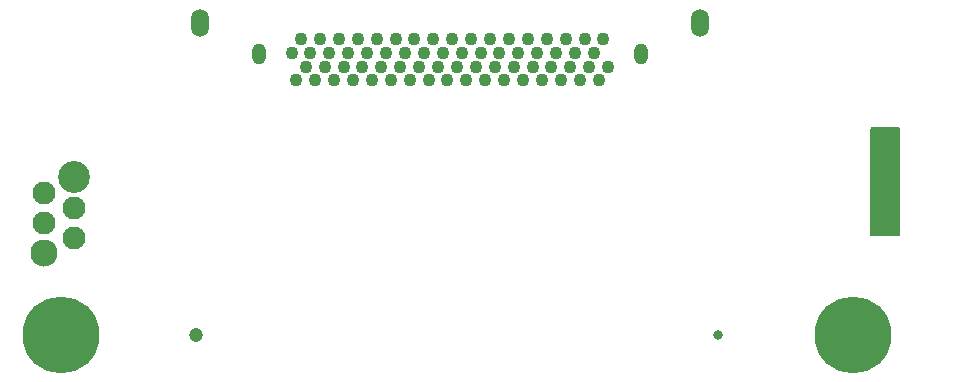
<source format=gbs>
G04 #@! TF.GenerationSoftware,KiCad,Pcbnew,8.0.6*
G04 #@! TF.CreationDate,2024-11-07T02:27:06-08:00*
G04 #@! TF.ProjectId,hvd-68-vhdci,6876642d-3638-42d7-9668-6463692e6b69,1*
G04 #@! TF.SameCoordinates,Original*
G04 #@! TF.FileFunction,Soldermask,Bot*
G04 #@! TF.FilePolarity,Negative*
%FSLAX46Y46*%
G04 Gerber Fmt 4.6, Leading zero omitted, Abs format (unit mm)*
G04 Created by KiCad (PCBNEW 8.0.6) date 2024-11-07 02:27:06*
%MOMM*%
%LPD*%
G01*
G04 APERTURE LIST*
%ADD10C,0.800000*%
%ADD11C,1.200000*%
%ADD12C,1.100000*%
%ADD13O,1.500000X2.350000*%
%ADD14O,1.200000X1.800000*%
%ADD15C,6.500000*%
%ADD16C,2.300000*%
%ADD17C,2.700000*%
%ADD18C,1.950000*%
G04 APERTURE END LIST*
D10*
G04 #@! TO.C,J1*
X-15400000Y4000000D03*
D11*
X-59600000Y4000000D03*
G04 #@! TD*
D12*
G04 #@! TO.C,J4*
X-51100000Y25515000D03*
X-50300000Y26665000D03*
X-49500000Y25515000D03*
X-48700000Y26665000D03*
X-47900000Y25515000D03*
X-47100000Y26665000D03*
X-46300000Y25515000D03*
X-45500000Y26665000D03*
X-44700000Y25515000D03*
X-43900000Y26665000D03*
X-43100000Y25515000D03*
X-42300000Y26665000D03*
X-41500000Y25515000D03*
X-40700000Y26665000D03*
X-39900000Y25515000D03*
X-39100000Y26665000D03*
X-38300000Y25515000D03*
X-37500000Y26665000D03*
X-36700000Y25515000D03*
X-35900000Y26665000D03*
X-35100000Y25515000D03*
X-34300000Y26665000D03*
X-33500000Y25515000D03*
X-32700000Y26665000D03*
X-31900000Y25515000D03*
X-31100000Y26665000D03*
X-30300000Y25515000D03*
X-29500000Y26665000D03*
X-28700000Y25515000D03*
X-27900000Y26665000D03*
X-27100000Y25515000D03*
X-26300000Y26665000D03*
X-25500000Y25515000D03*
X-24700000Y26665000D03*
X-51500000Y27865000D03*
X-50700000Y29015000D03*
X-49900000Y27865000D03*
X-49100000Y29015000D03*
X-48300000Y27865000D03*
X-47500000Y29015000D03*
X-46700000Y27865000D03*
X-45900000Y29015000D03*
X-45100000Y27865000D03*
X-44300000Y29015000D03*
X-43500000Y27865000D03*
X-42700000Y29015000D03*
X-41900000Y27865000D03*
X-41100000Y29015000D03*
X-40300000Y27865000D03*
X-39500000Y29015000D03*
X-38700000Y27865000D03*
X-37900000Y29015000D03*
X-37100000Y27865000D03*
X-36300000Y29015000D03*
X-35500000Y27865000D03*
X-34700000Y29015000D03*
X-33900000Y27865000D03*
X-33100000Y29015000D03*
X-32300000Y27865000D03*
X-31500000Y29015000D03*
X-30700000Y27865000D03*
X-29900000Y29015000D03*
X-29100000Y27865000D03*
X-28300000Y29015000D03*
X-27500000Y27865000D03*
X-26700000Y29015000D03*
X-25900000Y27865000D03*
X-25100000Y29015000D03*
D13*
X-16950000Y30395000D03*
D14*
X-21925000Y27765000D03*
X-54275000Y27765000D03*
D13*
X-59250000Y30395000D03*
G04 #@! TD*
D15*
G04 #@! TO.C,H4*
X-4000000Y4000000D03*
G04 #@! TD*
D16*
G04 #@! TO.C,J3*
X-72440000Y10870000D03*
D17*
X-69900000Y17340000D03*
D18*
X-72440000Y16010000D03*
X-69900000Y14740000D03*
X-72440000Y13470000D03*
X-69900000Y12200000D03*
G04 #@! TD*
D15*
G04 #@! TO.C,H3*
X-71000000Y4000000D03*
G04 #@! TD*
G36*
X-56961Y21530315D02*
G01*
X-11206Y21477511D01*
X0Y21426000D01*
X0Y12474000D01*
X-19685Y12406961D01*
X-72489Y12361206D01*
X-124000Y12350000D01*
X-2376000Y12350000D01*
X-2443039Y12369685D01*
X-2488794Y12422489D01*
X-2500000Y12474000D01*
X-2500000Y21426000D01*
X-2480315Y21493039D01*
X-2427511Y21538794D01*
X-2376000Y21550000D01*
X-124000Y21550000D01*
X-56961Y21530315D01*
G37*
M02*

</source>
